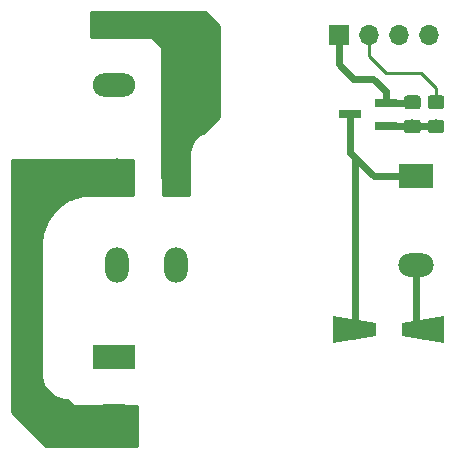
<source format=gbr>
G04 #@! TF.GenerationSoftware,KiCad,Pcbnew,(5.0.1-dev-70-gb7b125d83)*
G04 #@! TF.CreationDate,2018-10-10T22:00:42+02:00*
G04 #@! TF.ProjectId,relay-board,72656C61792D626F6172642E6B696361,rev?*
G04 #@! TF.SameCoordinates,Original*
G04 #@! TF.FileFunction,Copper,L1,Top,Signal*
G04 #@! TF.FilePolarity,Positive*
%FSLAX46Y46*%
G04 Gerber Fmt 4.6, Leading zero omitted, Abs format (unit mm)*
G04 Created by KiCad (PCBNEW (5.0.1-dev-70-gb7b125d83)) date 10/10/18 22:00:42*
%MOMM*%
%LPD*%
G01*
G04 APERTURE LIST*
G04 #@! TA.AperFunction,SMDPad,CuDef*
%ADD10C,1.676868*%
G04 #@! TD*
G04 #@! TA.AperFunction,Conductor*
%ADD11C,0.100000*%
G04 #@! TD*
G04 #@! TA.AperFunction,ComponentPad*
%ADD12R,3.600000X2.000000*%
G04 #@! TD*
G04 #@! TA.AperFunction,ComponentPad*
%ADD13O,3.600000X2.000000*%
G04 #@! TD*
G04 #@! TA.AperFunction,ComponentPad*
%ADD14R,1.700000X1.700000*%
G04 #@! TD*
G04 #@! TA.AperFunction,ComponentPad*
%ADD15O,1.700000X1.700000*%
G04 #@! TD*
G04 #@! TA.AperFunction,SMDPad,CuDef*
%ADD16R,1.900000X0.800000*%
G04 #@! TD*
G04 #@! TA.AperFunction,SMDPad,CuDef*
%ADD17C,1.150000*%
G04 #@! TD*
G04 #@! TA.AperFunction,ComponentPad*
%ADD18R,3.000000X2.000000*%
G04 #@! TD*
G04 #@! TA.AperFunction,ComponentPad*
%ADD19O,3.000000X2.000000*%
G04 #@! TD*
G04 #@! TA.AperFunction,ComponentPad*
%ADD20O,2.000000X3.000000*%
G04 #@! TD*
G04 #@! TA.AperFunction,Conductor*
%ADD21C,0.600000*%
G04 #@! TD*
G04 #@! TA.AperFunction,Conductor*
%ADD22C,2.500000*%
G04 #@! TD*
G04 #@! TA.AperFunction,Conductor*
%ADD23C,0.250000*%
G04 #@! TD*
G04 #@! TA.AperFunction,Conductor*
%ADD24C,0.254000*%
G04 #@! TD*
G04 APERTURE END LIST*
D10*
G04 #@! TO.P,D1,1*
G04 #@! TO.N,+5V*
X104400000Y-103000000D03*
D11*
G04 #@! TD*
G04 #@! TO.N,+5V*
G04 #@! TO.C,D1*
G36*
X106200000Y-101850000D02*
X106200000Y-104150000D01*
X102600000Y-103550000D01*
X102600000Y-102450000D01*
X106200000Y-101850000D01*
X106200000Y-101850000D01*
G37*
D10*
G04 #@! TO.P,D1,2*
G04 #@! TO.N,/~R*
X98600000Y-103000000D03*
D11*
G04 #@! TD*
G04 #@! TO.N,/~R*
G04 #@! TO.C,D1*
G36*
X96800000Y-104150000D02*
X96800000Y-101850000D01*
X100400000Y-102450000D01*
X100400000Y-103550000D01*
X96800000Y-104150000D01*
X96800000Y-104150000D01*
G37*
D12*
G04 #@! TO.P,J1,1*
G04 #@! TO.N,/N_in*
X78200000Y-77300000D03*
D13*
G04 #@! TO.P,J1,2*
G04 #@! TO.N,/L_in*
X78200000Y-82300000D03*
G04 #@! TD*
G04 #@! TO.P,J2,2*
G04 #@! TO.N,/N_out*
X78200000Y-110300000D03*
D12*
G04 #@! TO.P,J2,1*
G04 #@! TO.N,/L_out*
X78200000Y-105300000D03*
G04 #@! TD*
D14*
G04 #@! TO.P,J3,1*
G04 #@! TO.N,GND*
X97250000Y-78000000D03*
D15*
G04 #@! TO.P,J3,2*
G04 #@! TO.N,Net-(J3-Pad2)*
X99790000Y-78000000D03*
G04 #@! TO.P,J3,3*
G04 #@! TO.N,+5V*
X102330000Y-78000000D03*
G04 #@! TO.P,J3,4*
G04 #@! TO.N,/~R*
X104870000Y-78000000D03*
G04 #@! TD*
D16*
G04 #@! TO.P,Q1,1*
G04 #@! TO.N,Net-(Q1-Pad1)*
X101250000Y-85700000D03*
G04 #@! TO.P,Q1,2*
G04 #@! TO.N,GND*
X101250000Y-83800000D03*
G04 #@! TO.P,Q1,3*
G04 #@! TO.N,/~R*
X98250000Y-84750000D03*
G04 #@! TD*
D11*
G04 #@! TO.N,Net-(J3-Pad2)*
G04 #@! TO.C,R1*
G36*
X105974505Y-83151204D02*
X105998773Y-83154804D01*
X106022572Y-83160765D01*
X106045671Y-83169030D01*
X106067850Y-83179520D01*
X106088893Y-83192132D01*
X106108599Y-83206747D01*
X106126777Y-83223223D01*
X106143253Y-83241401D01*
X106157868Y-83261107D01*
X106170480Y-83282150D01*
X106180970Y-83304329D01*
X106189235Y-83327428D01*
X106195196Y-83351227D01*
X106198796Y-83375495D01*
X106200000Y-83399999D01*
X106200000Y-84050001D01*
X106198796Y-84074505D01*
X106195196Y-84098773D01*
X106189235Y-84122572D01*
X106180970Y-84145671D01*
X106170480Y-84167850D01*
X106157868Y-84188893D01*
X106143253Y-84208599D01*
X106126777Y-84226777D01*
X106108599Y-84243253D01*
X106088893Y-84257868D01*
X106067850Y-84270480D01*
X106045671Y-84280970D01*
X106022572Y-84289235D01*
X105998773Y-84295196D01*
X105974505Y-84298796D01*
X105950001Y-84300000D01*
X105049999Y-84300000D01*
X105025495Y-84298796D01*
X105001227Y-84295196D01*
X104977428Y-84289235D01*
X104954329Y-84280970D01*
X104932150Y-84270480D01*
X104911107Y-84257868D01*
X104891401Y-84243253D01*
X104873223Y-84226777D01*
X104856747Y-84208599D01*
X104842132Y-84188893D01*
X104829520Y-84167850D01*
X104819030Y-84145671D01*
X104810765Y-84122572D01*
X104804804Y-84098773D01*
X104801204Y-84074505D01*
X104800000Y-84050001D01*
X104800000Y-83399999D01*
X104801204Y-83375495D01*
X104804804Y-83351227D01*
X104810765Y-83327428D01*
X104819030Y-83304329D01*
X104829520Y-83282150D01*
X104842132Y-83261107D01*
X104856747Y-83241401D01*
X104873223Y-83223223D01*
X104891401Y-83206747D01*
X104911107Y-83192132D01*
X104932150Y-83179520D01*
X104954329Y-83169030D01*
X104977428Y-83160765D01*
X105001227Y-83154804D01*
X105025495Y-83151204D01*
X105049999Y-83150000D01*
X105950001Y-83150000D01*
X105974505Y-83151204D01*
X105974505Y-83151204D01*
G37*
D17*
G04 #@! TD*
G04 #@! TO.P,R1,2*
G04 #@! TO.N,Net-(J3-Pad2)*
X105500000Y-83725000D03*
D11*
G04 #@! TO.N,Net-(Q1-Pad1)*
G04 #@! TO.C,R1*
G36*
X105974505Y-85201204D02*
X105998773Y-85204804D01*
X106022572Y-85210765D01*
X106045671Y-85219030D01*
X106067850Y-85229520D01*
X106088893Y-85242132D01*
X106108599Y-85256747D01*
X106126777Y-85273223D01*
X106143253Y-85291401D01*
X106157868Y-85311107D01*
X106170480Y-85332150D01*
X106180970Y-85354329D01*
X106189235Y-85377428D01*
X106195196Y-85401227D01*
X106198796Y-85425495D01*
X106200000Y-85449999D01*
X106200000Y-86100001D01*
X106198796Y-86124505D01*
X106195196Y-86148773D01*
X106189235Y-86172572D01*
X106180970Y-86195671D01*
X106170480Y-86217850D01*
X106157868Y-86238893D01*
X106143253Y-86258599D01*
X106126777Y-86276777D01*
X106108599Y-86293253D01*
X106088893Y-86307868D01*
X106067850Y-86320480D01*
X106045671Y-86330970D01*
X106022572Y-86339235D01*
X105998773Y-86345196D01*
X105974505Y-86348796D01*
X105950001Y-86350000D01*
X105049999Y-86350000D01*
X105025495Y-86348796D01*
X105001227Y-86345196D01*
X104977428Y-86339235D01*
X104954329Y-86330970D01*
X104932150Y-86320480D01*
X104911107Y-86307868D01*
X104891401Y-86293253D01*
X104873223Y-86276777D01*
X104856747Y-86258599D01*
X104842132Y-86238893D01*
X104829520Y-86217850D01*
X104819030Y-86195671D01*
X104810765Y-86172572D01*
X104804804Y-86148773D01*
X104801204Y-86124505D01*
X104800000Y-86100001D01*
X104800000Y-85449999D01*
X104801204Y-85425495D01*
X104804804Y-85401227D01*
X104810765Y-85377428D01*
X104819030Y-85354329D01*
X104829520Y-85332150D01*
X104842132Y-85311107D01*
X104856747Y-85291401D01*
X104873223Y-85273223D01*
X104891401Y-85256747D01*
X104911107Y-85242132D01*
X104932150Y-85229520D01*
X104954329Y-85219030D01*
X104977428Y-85210765D01*
X105001227Y-85204804D01*
X105025495Y-85201204D01*
X105049999Y-85200000D01*
X105950001Y-85200000D01*
X105974505Y-85201204D01*
X105974505Y-85201204D01*
G37*
D17*
G04 #@! TD*
G04 #@! TO.P,R1,1*
G04 #@! TO.N,Net-(Q1-Pad1)*
X105500000Y-85775000D03*
D11*
G04 #@! TO.N,GND*
G04 #@! TO.C,R2*
G36*
X103974505Y-83151204D02*
X103998773Y-83154804D01*
X104022572Y-83160765D01*
X104045671Y-83169030D01*
X104067850Y-83179520D01*
X104088893Y-83192132D01*
X104108599Y-83206747D01*
X104126777Y-83223223D01*
X104143253Y-83241401D01*
X104157868Y-83261107D01*
X104170480Y-83282150D01*
X104180970Y-83304329D01*
X104189235Y-83327428D01*
X104195196Y-83351227D01*
X104198796Y-83375495D01*
X104200000Y-83399999D01*
X104200000Y-84050001D01*
X104198796Y-84074505D01*
X104195196Y-84098773D01*
X104189235Y-84122572D01*
X104180970Y-84145671D01*
X104170480Y-84167850D01*
X104157868Y-84188893D01*
X104143253Y-84208599D01*
X104126777Y-84226777D01*
X104108599Y-84243253D01*
X104088893Y-84257868D01*
X104067850Y-84270480D01*
X104045671Y-84280970D01*
X104022572Y-84289235D01*
X103998773Y-84295196D01*
X103974505Y-84298796D01*
X103950001Y-84300000D01*
X103049999Y-84300000D01*
X103025495Y-84298796D01*
X103001227Y-84295196D01*
X102977428Y-84289235D01*
X102954329Y-84280970D01*
X102932150Y-84270480D01*
X102911107Y-84257868D01*
X102891401Y-84243253D01*
X102873223Y-84226777D01*
X102856747Y-84208599D01*
X102842132Y-84188893D01*
X102829520Y-84167850D01*
X102819030Y-84145671D01*
X102810765Y-84122572D01*
X102804804Y-84098773D01*
X102801204Y-84074505D01*
X102800000Y-84050001D01*
X102800000Y-83399999D01*
X102801204Y-83375495D01*
X102804804Y-83351227D01*
X102810765Y-83327428D01*
X102819030Y-83304329D01*
X102829520Y-83282150D01*
X102842132Y-83261107D01*
X102856747Y-83241401D01*
X102873223Y-83223223D01*
X102891401Y-83206747D01*
X102911107Y-83192132D01*
X102932150Y-83179520D01*
X102954329Y-83169030D01*
X102977428Y-83160765D01*
X103001227Y-83154804D01*
X103025495Y-83151204D01*
X103049999Y-83150000D01*
X103950001Y-83150000D01*
X103974505Y-83151204D01*
X103974505Y-83151204D01*
G37*
D17*
G04 #@! TD*
G04 #@! TO.P,R2,1*
G04 #@! TO.N,GND*
X103500000Y-83725000D03*
D11*
G04 #@! TO.N,Net-(Q1-Pad1)*
G04 #@! TO.C,R2*
G36*
X103974505Y-85201204D02*
X103998773Y-85204804D01*
X104022572Y-85210765D01*
X104045671Y-85219030D01*
X104067850Y-85229520D01*
X104088893Y-85242132D01*
X104108599Y-85256747D01*
X104126777Y-85273223D01*
X104143253Y-85291401D01*
X104157868Y-85311107D01*
X104170480Y-85332150D01*
X104180970Y-85354329D01*
X104189235Y-85377428D01*
X104195196Y-85401227D01*
X104198796Y-85425495D01*
X104200000Y-85449999D01*
X104200000Y-86100001D01*
X104198796Y-86124505D01*
X104195196Y-86148773D01*
X104189235Y-86172572D01*
X104180970Y-86195671D01*
X104170480Y-86217850D01*
X104157868Y-86238893D01*
X104143253Y-86258599D01*
X104126777Y-86276777D01*
X104108599Y-86293253D01*
X104088893Y-86307868D01*
X104067850Y-86320480D01*
X104045671Y-86330970D01*
X104022572Y-86339235D01*
X103998773Y-86345196D01*
X103974505Y-86348796D01*
X103950001Y-86350000D01*
X103049999Y-86350000D01*
X103025495Y-86348796D01*
X103001227Y-86345196D01*
X102977428Y-86339235D01*
X102954329Y-86330970D01*
X102932150Y-86320480D01*
X102911107Y-86307868D01*
X102891401Y-86293253D01*
X102873223Y-86276777D01*
X102856747Y-86258599D01*
X102842132Y-86238893D01*
X102829520Y-86217850D01*
X102819030Y-86195671D01*
X102810765Y-86172572D01*
X102804804Y-86148773D01*
X102801204Y-86124505D01*
X102800000Y-86100001D01*
X102800000Y-85449999D01*
X102801204Y-85425495D01*
X102804804Y-85401227D01*
X102810765Y-85377428D01*
X102819030Y-85354329D01*
X102829520Y-85332150D01*
X102842132Y-85311107D01*
X102856747Y-85291401D01*
X102873223Y-85273223D01*
X102891401Y-85256747D01*
X102911107Y-85242132D01*
X102932150Y-85229520D01*
X102954329Y-85219030D01*
X102977428Y-85210765D01*
X103001227Y-85204804D01*
X103025495Y-85201204D01*
X103049999Y-85200000D01*
X103950001Y-85200000D01*
X103974505Y-85201204D01*
X103974505Y-85201204D01*
G37*
D17*
G04 #@! TD*
G04 #@! TO.P,R2,2*
G04 #@! TO.N,Net-(Q1-Pad1)*
X103500000Y-85775000D03*
D18*
G04 #@! TO.P,K1,A1*
G04 #@! TO.N,/~R*
X103800000Y-90000000D03*
D19*
G04 #@! TO.P,K1,A2*
G04 #@! TO.N,+5V*
X103800000Y-97500000D03*
D20*
G04 #@! TO.P,K1,11*
G04 #@! TO.N,/N_in*
X83500000Y-90000000D03*
G04 #@! TO.P,K1,24*
G04 #@! TO.N,/L_out*
X78460000Y-97500000D03*
G04 #@! TO.P,K1,21*
G04 #@! TO.N,/L_in*
X83500000Y-97500000D03*
G04 #@! TO.P,K1,14*
G04 #@! TO.N,/N_out*
X78460000Y-90000000D03*
G04 #@! TD*
D21*
G04 #@! TO.N,+5V*
X103800000Y-102400000D02*
X104400000Y-103000000D01*
X103800000Y-97500000D02*
X103800000Y-102400000D01*
G04 #@! TO.N,/~R*
X98250000Y-88000000D02*
X98250000Y-84750000D01*
X100250000Y-90000000D02*
X98250000Y-88000000D01*
X103800000Y-90000000D02*
X100250000Y-90000000D01*
X103300000Y-90000000D02*
X103800000Y-90000000D01*
X98600000Y-88350000D02*
X98250000Y-88000000D01*
X98600000Y-103000000D02*
X98600000Y-88350000D01*
D22*
G04 #@! TO.N,/N_in*
X83500000Y-90000000D02*
X83500000Y-78300000D01*
G04 #@! TO.N,/N_out*
X78460000Y-90000000D02*
X71257139Y-90000000D01*
D21*
G04 #@! TO.N,GND*
X103425000Y-83800000D02*
X103500000Y-83725000D01*
X101250000Y-83800000D02*
X103425000Y-83800000D01*
X101250000Y-82800000D02*
X100200000Y-81750000D01*
X101250000Y-83800000D02*
X101250000Y-82800000D01*
X100200000Y-81750000D02*
X98500000Y-81750000D01*
X97250000Y-80500000D02*
X97250000Y-78000000D01*
X98500000Y-81750000D02*
X97250000Y-80500000D01*
D23*
G04 #@! TO.N,Net-(J3-Pad2)*
X99790000Y-78000000D02*
X99790000Y-79790000D01*
X99790000Y-79790000D02*
X101250000Y-81250000D01*
X101250000Y-81250000D02*
X104250000Y-81250000D01*
X105500000Y-82500000D02*
X105500000Y-83725000D01*
X104250000Y-81250000D02*
X105500000Y-82500000D01*
D21*
G04 #@! TO.N,Net-(Q1-Pad1)*
X103425000Y-85700000D02*
X103500000Y-85775000D01*
X101250000Y-85700000D02*
X103425000Y-85700000D01*
X103500000Y-85775000D02*
X105500000Y-85775000D01*
G04 #@! TD*
D24*
G04 #@! TO.N,/N_out*
G36*
X79850080Y-91548000D02*
X76131616Y-91548000D01*
X76078833Y-91558499D01*
X75611895Y-91600172D01*
X75564019Y-91610130D01*
X75515187Y-91612775D01*
X75370325Y-91647019D01*
X74705332Y-91848426D01*
X74645610Y-91874394D01*
X74583129Y-91892783D01*
X74450030Y-91959434D01*
X73849206Y-92308420D01*
X73797055Y-92347434D01*
X73740483Y-92379702D01*
X73626287Y-92475185D01*
X73121864Y-92953030D01*
X73080092Y-93002988D01*
X73032457Y-93047409D01*
X72943290Y-93166602D01*
X72562321Y-93747674D01*
X72533158Y-93805912D01*
X72497024Y-93860092D01*
X72437668Y-93996600D01*
X72200594Y-94649728D01*
X72185610Y-94713113D01*
X72162910Y-94774153D01*
X72136550Y-94920655D01*
X72061677Y-95562859D01*
X72048000Y-95631617D01*
X72048001Y-106868384D01*
X72071096Y-106984491D01*
X72071096Y-106984497D01*
X72147216Y-107367180D01*
X72147216Y-107367181D01*
X72326693Y-107800478D01*
X72543466Y-108124902D01*
X72875098Y-108456534D01*
X73199522Y-108673307D01*
X73632818Y-108852783D01*
X73632820Y-108852784D01*
X74015502Y-108928904D01*
X74249298Y-108928904D01*
X74710197Y-109389803D01*
X74751399Y-109417333D01*
X74800000Y-109427000D01*
X80173000Y-109427000D01*
X80173000Y-112798000D01*
X72477606Y-112798000D01*
X69627000Y-109947394D01*
X69627000Y-88627000D01*
X79872042Y-88627000D01*
X79850080Y-91548000D01*
X79850080Y-91548000D01*
G37*
X79850080Y-91548000D02*
X76131616Y-91548000D01*
X76078833Y-91558499D01*
X75611895Y-91600172D01*
X75564019Y-91610130D01*
X75515187Y-91612775D01*
X75370325Y-91647019D01*
X74705332Y-91848426D01*
X74645610Y-91874394D01*
X74583129Y-91892783D01*
X74450030Y-91959434D01*
X73849206Y-92308420D01*
X73797055Y-92347434D01*
X73740483Y-92379702D01*
X73626287Y-92475185D01*
X73121864Y-92953030D01*
X73080092Y-93002988D01*
X73032457Y-93047409D01*
X72943290Y-93166602D01*
X72562321Y-93747674D01*
X72533158Y-93805912D01*
X72497024Y-93860092D01*
X72437668Y-93996600D01*
X72200594Y-94649728D01*
X72185610Y-94713113D01*
X72162910Y-94774153D01*
X72136550Y-94920655D01*
X72061677Y-95562859D01*
X72048000Y-95631617D01*
X72048001Y-106868384D01*
X72071096Y-106984491D01*
X72071096Y-106984497D01*
X72147216Y-107367180D01*
X72147216Y-107367181D01*
X72326693Y-107800478D01*
X72543466Y-108124902D01*
X72875098Y-108456534D01*
X73199522Y-108673307D01*
X73632818Y-108852783D01*
X73632820Y-108852784D01*
X74015502Y-108928904D01*
X74249298Y-108928904D01*
X74710197Y-109389803D01*
X74751399Y-109417333D01*
X74800000Y-109427000D01*
X80173000Y-109427000D01*
X80173000Y-112798000D01*
X72477606Y-112798000D01*
X69627000Y-109947394D01*
X69627000Y-88627000D01*
X79872042Y-88627000D01*
X79850080Y-91548000D01*
G04 #@! TO.N,/N_in*
G36*
X87123000Y-77302606D02*
X87123000Y-84947394D01*
X85774940Y-86295454D01*
X85699522Y-86326693D01*
X85375098Y-86543466D01*
X85043466Y-86875098D01*
X84826693Y-87199522D01*
X84647216Y-87632819D01*
X84647216Y-87632820D01*
X84571096Y-88015503D01*
X84548000Y-88131617D01*
X84548001Y-91548000D01*
X82364904Y-91548000D01*
X82327000Y-86999422D01*
X82327000Y-79100000D01*
X82317333Y-79051399D01*
X82289803Y-79010197D01*
X81489803Y-78210197D01*
X81448601Y-78182667D01*
X81400000Y-78173000D01*
X76327000Y-78173000D01*
X76327000Y-76127000D01*
X85947394Y-76127000D01*
X87123000Y-77302606D01*
X87123000Y-77302606D01*
G37*
X87123000Y-77302606D02*
X87123000Y-84947394D01*
X85774940Y-86295454D01*
X85699522Y-86326693D01*
X85375098Y-86543466D01*
X85043466Y-86875098D01*
X84826693Y-87199522D01*
X84647216Y-87632819D01*
X84647216Y-87632820D01*
X84571096Y-88015503D01*
X84548000Y-88131617D01*
X84548001Y-91548000D01*
X82364904Y-91548000D01*
X82327000Y-86999422D01*
X82327000Y-79100000D01*
X82317333Y-79051399D01*
X82289803Y-79010197D01*
X81489803Y-78210197D01*
X81448601Y-78182667D01*
X81400000Y-78173000D01*
X76327000Y-78173000D01*
X76327000Y-76127000D01*
X85947394Y-76127000D01*
X87123000Y-77302606D01*
G04 #@! TD*
M02*

</source>
